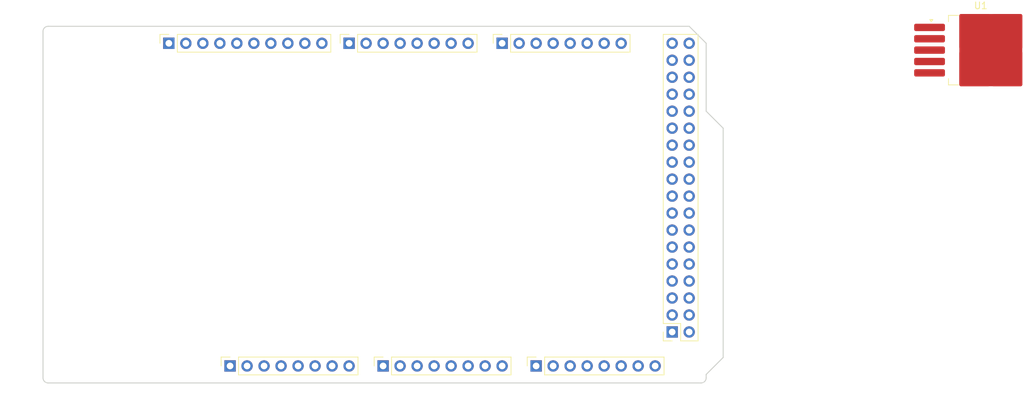
<source format=kicad_pcb>
(kicad_pcb (version 20240108) (generator "pcbnew") (generator_version "8.0")
  (title_block (date "mar. 31 mars 2015"))
  (layers (0 "F.Cu" signal) (31 "B.Cu" signal) (34 "B.Paste" user) (35 "F.Paste" user) (36 "B.SilkS" user "B.Silkscreen") (37 "F.SilkS" user "F.Silkscreen") (38 "B.Mask" user) (39 "F.Mask" user) (44 "Edge.Cuts" user))
  (net 0 "")
  (net 1 "GND")
  (net 2 "/*52")
  (net 3 "/53")
  (net 4 "/50")
  (net 5 "/51")
  (net 6 "/48")
  (net 7 "/49")
  (net 8 "/*46")
  (net 9 "/47")
  (net 10 "/*44")
  (net 11 "/*45")
  (net 12 "/42")
  (net 13 "/43")
  (net 14 "/40")
  (net 15 "/41")
  (net 16 "/38")
  (net 17 "/39")
  (net 18 "/36")
  (net 19 "/37")
  (net 20 "/34")
  (net 21 "/35")
  (net 22 "/32")
  (net 23 "/33")
  (net 24 "/30")
  (net 25 "/31")
  (net 26 "/28")
  (net 27 "/29")
  (net 28 "/26")
  (net 29 "/27")
  (net 30 "/24")
  (net 31 "/25")
  (net 32 "/22")
  (net 33 "/23")
  (net 34 "+5V")
  (net 35 "/IOREF")
  (net 36 "/A0")
  (net 37 "/A1")
  (net 38 "/A2")
  (net 39 "/A3")
  (net 40 "/A4")
  (net 41 "/A5")
  (net 42 "/A6")
  (net 43 "/A7")
  (net 44 "/A8")
  (net 45 "/A9")
  (net 46 "/A10")
  (net 47 "/A11")
  (net 48 "/A12")
  (net 49 "/A13")
  (net 50 "/A14")
  (net 51 "/A15")
  (net 52 "/AREF")
  (net 53 "/*13")
  (net 54 "/*12")
  (net 55 "/*11")
  (net 56 "/*10")
  (net 57 "/*9")
  (net 58 "/*8")
  (net 59 "/*7")
  (net 60 "/*6")
  (net 61 "/*5")
  (net 62 "/*4")
  (net 63 "/*3")
  (net 64 "/*2")
  (net 65 "/TX0{slash}1")
  (net 66 "/RX0{slash}0")
  (net 67 "+3V3")
  (net 68 "/TX3{slash}14")
  (net 69 "/RX3{slash}15")
  (net 70 "/TX2{slash}16")
  (net 71 "/RX2{slash}17")
  (net 72 "/TX1{slash}18")
  (net 73 "/RX1{slash}19")
  (net 74 "/SDA{slash}20")
  (net 75 "/SCL{slash}21")
  (net 76 "VCC")
  (net 77 "/~{RESET}")
  (footprint "Connector_PinSocket_2.54mm:PinSocket_2x18_P2.54mm_Vertical" (layer "F.Cu") (at 193.98 92.38 180)
    (property "Reference" "J7" (hide yes))
    (property "Value" "Digital")
    (fp_line (start 1.33 1.27) (end 1.33 44.51) (stroke (width 0.12)) (layer "F.SilkS"))
    (fp_line (start 1.33 -1.33) (end 1.33 0) (stroke (width 0.12)) (layer "F.SilkS"))
    (fp_line (start 0 -1.33) (end 1.33 -1.33) (stroke (width 0.12)) (layer "F.SilkS"))
    (fp_line (start -1.27 1.27) (end 1.33 1.27) (stroke (width 0.12)) (layer "F.SilkS"))
    (fp_line (start -1.27 -1.33) (end -1.27 1.27) (stroke (width 0.12)) (layer "F.SilkS"))
    (fp_line (start -3.87 44.51) (end 1.33 44.51) (stroke (width 0.12)) (layer "F.SilkS"))
    (fp_line (start -3.87 -1.33) (end -1.27 -1.33) (stroke (width 0.12)) (layer "F.SilkS"))
    (fp_line (start -3.87 -1.33) (end -3.87 44.51) (stroke (width 0.12)) (layer "F.SilkS"))
    (pad "1" thru_hole rect (at 0 0 180) (size 1.7 1.7) (drill 1) (layers "*.Cu" "*.Mask") (net 1 "GND"))
    (pad "2" thru_hole oval (at -2.54 0 180) (size 1.7 1.7) (drill 1) (layers "*.Cu" "*.Mask") (net 1 "GND"))
    (pad "3" thru_hole oval (at 0 2.54 180) (size 1.7 1.7) (drill 1) (layers "*.Cu" "*.Mask") (net 2 "/*52"))
    (pad "4" thru_hole oval (at -2.54 2.54 180) (size 1.7 1.7) (drill 1) (layers "*.Cu" "*.Mask") (net 3 "/53"))
    (pad "5" thru_hole oval (at 0 5.08 180) (size 1.7 1.7) (drill 1) (layers "*.Cu" "*.Mask") (net 4 "/50"))
    (pad "6" thru_hole oval (at -2.54 5.08 180) (size 1.7 1.7) (drill 1) (layers "*.Cu" "*.Mask") (net 5 "/51"))
    (pad "7" thru_hole oval (at 0 7.62 180) (size 1.7 1.7) (drill 1) (layers "*.Cu" "*.Mask") (net 6 "/48"))
    (pad "8" thru_hole oval (at -2.54 7.62 180) (size 1.7 1.7) (drill 1) (layers "*.Cu" "*.Mask") (net 7 "/49"))
    (pad "9" thru_hole oval (at 0 10.16 180) (size 1.7 1.7) (drill 1) (layers "*.Cu" "*.Mask") (net 8 "/*46"))
    (pad "10" thru_hole oval (at -2.54 10.16 180) (size 1.7 1.7) (drill 1) (layers "*.Cu" "*.Mask") (net 9 "/47"))
    (pad "11" thru_hole oval (at 0 12.7 180) (size 1.7 1.7) (drill 1) (layers "*.Cu" "*.Mask") (net 10 "/*44"))
    (pad "12" thru_hole oval (at -2.54 12.7 180) (size 1.7 1.7) (drill 1) (layers "*.Cu" "*.Mask") (net 11 "/*45"))
    (pad "13" thru_hole oval (at 0 15.24 180) (size 1.7 1.7) (drill 1) (layers "*.Cu" "*.Mask") (net 12 "/42"))
    (pad "14" thru_hole oval (at -2.54 15.24 180) (size 1.7 1.7) (drill 1) (layers "*.Cu" "*.Mask") (net 13 "/43"))
    (pad "15" thru_hole oval (at 0 17.78 180) (size 1.7 1.7) (drill 1) (layers "*.Cu" "*.Mask") (net 14 "/40"))
    (pad "16" thru_hole oval (at -2.54 17.78 180) (size 1.7 1.7) (drill 1) (layers "*.Cu" "*.Mask") (net 15 "/41"))
    (pad "17" thru_hole oval (at 0 20.32 180) (size 1.7 1.7) (drill 1) (layers "*.Cu" "*.Mask") (net 16 "/38"))
    (pad "18" thru_hole oval (at -2.54 20.32 180) (size 1.7 1.7) (drill 1) (layers "*.Cu" "*.Mask") (net 17 "/39"))
    (pad "19" thru_hole oval (at 0 22.86 180) (size 1.7 1.7) (drill 1) (layers "*.Cu" "*.Mask") (net 18 "/36"))
    (pad "20" thru_hole oval (at -2.54 22.86 180) (size 1.7 1.7) (drill 1) (layers "*.Cu" "*.Mask") (net 19 "/37"))
    (pad "21" thru_hole oval (at 0 25.4 180) (size 1.7 1.7) (drill 1) (layers "*.Cu" "*.Mask") (net 20 "/34"))
    (pad "22" thru_hole oval (at -2.54 25.4 180) (size 1.7 1.7) (drill 1) (layers "*.Cu" "*.Mask") (net 21 "/35"))
    (pad "23" thru_hole oval (at 0 27.94 180) (size 1.7 1.7) (drill 1) (layers "*.Cu" "*.Mask") (net 22 "/32"))
    (pad "24" thru_hole oval (at -2.54 27.94 180) (size 1.7 1.7) (drill 1) (layers "*.Cu" "*.Mask") (net 23 "/33"))
    (pad "25" thru_hole oval (at 0 30.48 180) (size 1.7 1.7) (drill 1) (layers "*.Cu" "*.Mask") (net 24 "/30"))
    (pad "26" thru_hole oval (at -2.54 30.48 180) (size 1.7 1.7) (drill 1) (layers "*.Cu" "*.Mask") (net 25 "/31"))
    (pad "27" thru_hole oval (at 0 33.02 180) (size 1.7 1.7) (drill 1) (layers "*.Cu" "*.Mask") (net 26 "/28"))
    (pad "28" thru_hole oval (at -2.54 33.02 180) (size 1.7 1.7) (drill 1) (layers "*.Cu" "*.Mask") (net 27 "/29"))
    (pad "29" thru_hole oval (at 0 35.56 180) (size 1.7 1.7) (drill 1) (layers "*.Cu" "*.Mask") (net 28 "/26"))
    (pad "30" thru_hole oval (at -2.54 35.56 180) (size 1.7 1.7) (drill 1) (layers "*.Cu" "*.Mask") (net 29 "/27"))
    (pad "31" thru_hole oval (at 0 38.1 180) (size 1.7 1.7) (drill 1) (layers "*.Cu" "*.Mask") (net 30 "/24"))
    (pad "32" thru_hole oval (at -2.54 38.1 180) (size 1.7 1.7) (drill 1) (layers "*.Cu" "*.Mask") (net 31 "/25"))
    (pad "33" thru_hole oval (at 0 40.64 180) (size 1.7 1.7) (drill 1) (layers "*.Cu" "*.Mask") (net 32 "/22"))
    (pad "34" thru_hole oval (at -2.54 40.64 180) (size 1.7 1.7) (drill 1) (layers "*.Cu" "*.Mask") (net 33 "/23"))
    (pad "35" thru_hole oval (at 0 43.18 180) (size 1.7 1.7) (drill 1) (layers "*.Cu" "*.Mask") (net 34 "+5V"))
    (pad "36" thru_hole oval (at -2.54 43.18 180) (size 1.7 1.7) (drill 1) (layers "*.Cu" "*.Mask") (net 34 "+5V"))
  )
  (footprint "Connector_PinSocket_2.54mm:PinSocket_1x08_P2.54mm_Vertical" (layer "F.Cu") (at 127.94 97.46 90)
    (property "Reference" "J1" (hide yes))
    (property "Value" "Power")
    (fp_line (start 1.33 -1.33) (end 1.33 0) (stroke (width 0.12)) (layer "F.SilkS"))
    (fp_line (start 0 -1.33) (end 1.33 -1.33) (stroke (width 0.12)) (layer "F.SilkS"))
    (fp_line (start 1.33 1.27) (end 1.33 19.11) (stroke (width 0.12)) (layer "F.SilkS"))
    (fp_line (start -1.33 1.27) (end 1.33 1.27) (stroke (width 0.12)) (layer "F.SilkS"))
    (fp_line (start -1.33 1.27) (end -1.33 19.11) (stroke (width 0.12)) (layer "F.SilkS"))
    (fp_line (start -1.33 19.11) (end 1.33 19.11) (stroke (width 0.12)) (layer "F.SilkS"))
    (pad "1" thru_hole rect (at 0 0 90) (size 1.7 1.7) (drill 1) (layers "*.Cu" "*.Mask"))
    (pad "2" thru_hole oval (at 0 2.54 90) (size 1.7 1.7) (drill 1) (layers "*.Cu" "*.Mask") (net 35 "/IOREF"))
    (pad "3" thru_hole oval (at 0 5.08 90) (size 1.7 1.7) (drill 1) (layers "*.Cu" "*.Mask") (net 77 "/~{RESET}"))
    (pad "4" thru_hole oval (at 0 7.62 90) (size 1.7 1.7) (drill 1) (layers "*.Cu" "*.Mask") (net 67 "+3V3"))
    (pad "5" thru_hole oval (at 0 10.16 90) (size 1.7 1.7) (drill 1) (layers "*.Cu" "*.Mask") (net 34 "+5V"))
    (pad "6" thru_hole oval (at 0 12.7 90) (size 1.7 1.7) (drill 1) (layers "*.Cu" "*.Mask") (net 1 "GND"))
    (pad "7" thru_hole oval (at 0 15.24 90) (size 1.7 1.7) (drill 1) (layers "*.Cu" "*.Mask") (net 1 "GND"))
    (pad "8" thru_hole oval (at 0 17.78 90) (size 1.7 1.7) (drill 1) (layers "*.Cu" "*.Mask") (net 76 "VCC"))
  )
  (footprint "Connector_PinSocket_2.54mm:PinSocket_1x08_P2.54mm_Vertical" (layer "F.Cu") (at 150.8 97.46 90)
    (property "Reference" "J3" (hide yes))
    (property "Value" "Analog")
    (fp_line (start 1.33 -1.33) (end 1.33 0) (stroke (width 0.12)) (layer "F.SilkS"))
    (fp_line (start 0 -1.33) (end 1.33 -1.33) (stroke (width 0.12)) (layer "F.SilkS"))
    (fp_line (start 1.33 1.27) (end 1.33 19.11) (stroke (width 0.12)) (layer "F.SilkS"))
    (fp_line (start -1.33 1.27) (end 1.33 1.27) (stroke (width 0.12)) (layer "F.SilkS"))
    (fp_line (start -1.33 1.27) (end -1.33 19.11) (stroke (width 0.12)) (layer "F.SilkS"))
    (fp_line (start -1.33 19.11) (end 1.33 19.11) (stroke (width 0.12)) (layer "F.SilkS"))
    (pad "1" thru_hole rect (at 0 0 90) (size 1.7 1.7) (drill 1) (layers "*.Cu" "*.Mask") (net 36 "/A0"))
    (pad "2" thru_hole oval (at 0 2.54 90) (size 1.7 1.7) (drill 1) (layers "*.Cu" "*.Mask") (net 37 "/A1"))
    (pad "3" thru_hole oval (at 0 5.08 90) (size 1.7 1.7) (drill 1) (layers "*.Cu" "*.Mask") (net 38 "/A2"))
    (pad "4" thru_hole oval (at 0 7.62 90) (size 1.7 1.7) (drill 1) (layers "*.Cu" "*.Mask") (net 39 "/A3"))
    (pad "5" thru_hole oval (at 0 10.16 90) (size 1.7 1.7) (drill 1) (layers "*.Cu" "*.Mask") (net 40 "/A4"))
    (pad "6" thru_hole oval (at 0 12.7 90) (size 1.7 1.7) (drill 1) (layers "*.Cu" "*.Mask") (net 41 "/A5"))
    (pad "7" thru_hole oval (at 0 15.24 90) (size 1.7 1.7) (drill 1) (layers "*.Cu" "*.Mask") (net 42 "/A6"))
    (pad "8" thru_hole oval (at 0 17.78 90) (size 1.7 1.7) (drill 1) (layers "*.Cu" "*.Mask") (net 43 "/A7"))
  )
  (footprint "Connector_PinSocket_2.54mm:PinSocket_1x08_P2.54mm_Vertical" (layer "F.Cu") (at 173.66 97.46 90)
    (property "Reference" "J5" (hide yes))
    (property "Value" "Analog")
    (fp_line (start 1.33 -1.33) (end 1.33 0) (stroke (width 0.12)) (layer "F.SilkS"))
    (fp_line (start 0 -1.33) (end 1.33 -1.33) (stroke (width 0.12)) (layer "F.SilkS"))
    (fp_line (start 1.33 1.27) (end 1.33 19.11) (stroke (width 0.12)) (layer "F.SilkS"))
    (fp_line (start -1.33 1.27) (end 1.33 1.27) (stroke (width 0.12)) (layer "F.SilkS"))
    (fp_line (start -1.33 1.27) (end -1.33 19.11) (stroke (width 0.12)) (layer "F.SilkS"))
    (fp_line (start -1.33 19.11) (end 1.33 19.11) (stroke (width 0.12)) (layer "F.SilkS"))
    (pad "1" thru_hole rect (at 0 0 90) (size 1.7 1.7) (drill 1) (layers "*.Cu" "*.Mask") (net 44 "/A8"))
    (pad "2" thru_hole oval (at 0 2.54 90) (size 1.7 1.7) (drill 1) (layers "*.Cu" "*.Mask") (net 45 "/A9"))
    (pad "3" thru_hole oval (at 0 5.08 90) (size 1.7 1.7) (drill 1) (layers "*.Cu" "*.Mask") (net 46 "/A10"))
    (pad "4" thru_hole oval (at 0 7.62 90) (size 1.7 1.7) (drill 1) (layers "*.Cu" "*.Mask") (net 47 "/A11"))
    (pad "5" thru_hole oval (at 0 10.16 90) (size 1.7 1.7) (drill 1) (layers "*.Cu" "*.Mask") (net 48 "/A12"))
    (pad "6" thru_hole oval (at 0 12.7 90) (size 1.7 1.7) (drill 1) (layers "*.Cu" "*.Mask") (net 49 "/A13"))
    (pad "7" thru_hole oval (at 0 15.24 90) (size 1.7 1.7) (drill 1) (layers "*.Cu" "*.Mask") (net 50 "/A14"))
    (pad "8" thru_hole oval (at 0 17.78 90) (size 1.7 1.7) (drill 1) (layers "*.Cu" "*.Mask") (net 51 "/A15"))
  )
  (footprint "Connector_PinSocket_2.54mm:PinSocket_1x10_P2.54mm_Vertical" (layer "F.Cu") (at 118.796 49.2 90)
    (property "Reference" "J2" (hide yes))
    (property "Value" "PWM")
    (fp_line (start 1.33 -1.33) (end 1.33 0) (stroke (width 0.12)) (layer "F.SilkS"))
    (fp_line (start 0 -1.33) (end 1.33 -1.33) (stroke (width 0.12)) (layer "F.SilkS"))
    (fp_line (start 1.33 1.27) (end 1.33 24.19) (stroke (width 0.12)) (layer "F.SilkS"))
    (fp_line (start -1.33 1.27) (end 1.33 1.27) (stroke (width 0.12)) (layer "F.SilkS"))
    (fp_line (start -1.33 1.27) (end -1.33 24.19) (stroke (width 0.12)) (layer "F.SilkS"))
    (fp_line (start -1.33 24.19) (end 1.33 24.19) (stroke (width 0.12)) (layer "F.SilkS"))
    (pad "1" thru_hole rect (at 0 0 90) (size 1.7 1.7) (drill 1) (layers "*.Cu" "*.Mask") (net 75 "/SCL{slash}21"))
    (pad "2" thru_hole oval (at 0 2.54 90) (size 1.7 1.7) (drill 1) (layers "*.Cu" "*.Mask") (net 74 "/SDA{slash}20"))
    (pad "3" thru_hole oval (at 0 5.08 90) (size 1.7 1.7) (drill 1) (layers "*.Cu" "*.Mask") (net 52 "/AREF"))
    (pad "4" thru_hole oval (at 0 7.62 90) (size 1.7 1.7) (drill 1) (layers "*.Cu" "*.Mask") (net 1 "GND"))
    (pad "5" thru_hole oval (at 0 10.16 90) (size 1.7 1.7) (drill 1) (layers "*.Cu" "*.Mask") (net 53 "/*13"))
    (pad "6" thru_hole oval (at 0 12.7 90) (size 1.7 1.7) (drill 1) (layers "*.Cu" "*.Mask") (net 54 "/*12"))
    (pad "7" thru_hole oval (at 0 15.24 90) (size 1.7 1.7) (drill 1) (layers "*.Cu" "*.Mask") (net 55 "/*11"))
    (pad "8" thru_hole oval (at 0 17.78 90) (size 1.7 1.7) (drill 1) (layers "*.Cu" "*.Mask") (net 56 "/*10"))
    (pad "9" thru_hole oval (at 0 20.32 90) (size 1.7 1.7) (drill 1) (layers "*.Cu" "*.Mask") (net 57 "/*9"))
    (pad "10" thru_hole oval (at 0 22.86 90) (size 1.7 1.7) (drill 1) (layers "*.Cu" "*.Mask") (net 58 "/*8"))
  )
  (footprint "Connector_PinSocket_2.54mm:PinSocket_1x08_P2.54mm_Vertical" (layer "F.Cu") (at 145.72 49.2 90)
    (property "Reference" "J4" (hide yes))
    (property "Value" "PWM")
    (fp_line (start 1.33 -1.33) (end 1.33 0) (stroke (width 0.12)) (layer "F.SilkS"))
    (fp_line (start 0 -1.33) (end 1.33 -1.33) (stroke (width 0.12)) (layer "F.SilkS"))
    (fp_line (start 1.33 1.27) (end 1.33 19.11) (stroke (width 0.12)) (layer "F.SilkS"))
    (fp_line (start -1.33 1.27) (end 1.33 1.27) (stroke (width 0.12)) (layer "F.SilkS"))
    (fp_line (start -1.33 1.27) (end -1.33 19.11) (stroke (width 0.12)) (layer "F.SilkS"))
    (fp_line (start -1.33 19.11) (end 1.33 19.11) (stroke (width 0.12)) (layer "F.SilkS"))
    (pad "1" thru_hole rect (at 0 0 90) (size 1.7 1.7) (drill 1) (layers "*.Cu" "*.Mask") (net 59 "/*7"))
    (pad "2" thru_hole oval (at 0 2.54 90) (size 1.7 1.7) (drill 1) (layers "*.Cu" "*.Mask") (net 60 "/*6"))
    (pad "3" thru_hole oval (at 0 5.08 90) (size 1.7 1.7) (drill 1) (layers "*.Cu" "*.Mask") (net 61 "/*5"))
    (pad "4" thru_hole oval (at 0 7.62 90) (size 1.7 1.7) (drill 1) (layers "*.Cu" "*.Mask") (net 62 "/*4"))
    (pad "5" thru_hole oval (at 0 10.16 90) (size 1.7 1.7) (drill 1) (layers "*.Cu" "*.Mask") (net 63 "/*3"))
    (pad "6" thru_hole oval (at 0 12.7 90) (size 1.7 1.7) (drill 1) (layers "*.Cu" "*.Mask") (net 64 "/*2"))
    (pad "7" thru_hole oval (at 0 15.24 90) (size 1.7 1.7) (drill 1) (layers "*.Cu" "*.Mask") (net 65 "/TX0{slash}1"))
    (pad "8" thru_hole oval (at 0 17.78 90) (size 1.7 1.7) (drill 1) (layers "*.Cu" "*.Mask") (net 66 "/RX0{slash}0"))
  )
  (footprint "Connector_PinSocket_2.54mm:PinSocket_1x08_P2.54mm_Vertical" (layer "F.Cu") (at 168.58 49.2 90)
    (property "Reference" "J6" (hide yes))
    (property "Value" "Communication")
    (fp_line (start 1.33 -1.33) (end 1.33 0) (stroke (width 0.12)) (layer "F.SilkS"))
    (fp_line (start 0 -1.33) (end 1.33 -1.33) (stroke (width 0.12)) (layer "F.SilkS"))
    (fp_line (start 1.33 1.27) (end 1.33 19.11) (stroke (width 0.12)) (layer "F.SilkS"))
    (fp_line (start -1.33 1.27) (end 1.33 1.27) (stroke (width 0.12)) (layer "F.SilkS"))
    (fp_line (start -1.33 1.27) (end -1.33 19.11) (stroke (width 0.12)) (layer "F.SilkS"))
    (fp_line (start -1.33 19.11) (end 1.33 19.11) (stroke (width 0.12)) (layer "F.SilkS"))
    (pad "1" thru_hole rect (at 0 0 90) (size 1.7 1.7) (drill 1) (layers "*.Cu" "*.Mask") (net 68 "/TX3{slash}14"))
    (pad "2" thru_hole oval (at 0 2.54 90) (size 1.7 1.7) (drill 1) (layers "*.Cu" "*.Mask") (net 69 "/RX3{slash}15"))
    (pad "3" thru_hole oval (at 0 5.08 90) (size 1.7 1.7) (drill 1) (layers "*.Cu" "*.Mask") (net 70 "/TX2{slash}16"))
    (pad "4" thru_hole oval (at 0 7.62 90) (size 1.7 1.7) (drill 1) (layers "*.Cu" "*.Mask") (net 71 "/RX2{slash}17"))
    (pad "5" thru_hole oval (at 0 10.16 90) (size 1.7 1.7) (drill 1) (layers "*.Cu" "*.Mask") (net 72 "/TX1{slash}18"))
    (pad "6" thru_hole oval (at 0 12.7 90) (size 1.7 1.7) (drill 1) (layers "*.Cu" "*.Mask") (net 73 "/RX1{slash}19"))
    (pad "7" thru_hole oval (at 0 15.24 90) (size 1.7 1.7) (drill 1) (layers "*.Cu" "*.Mask") (net 74 "/SDA{slash}20"))
    (pad "8" thru_hole oval (at 0 17.78 90) (size 1.7 1.7) (drill 1) (layers "*.Cu" "*.Mask") (net 75 "/SCL{slash}21"))
  )
  (footprint "Arduino_MountingHole:MountingHole_3.2mm" (layer "F.Cu") (at 196.52 97.46)
    (property "Reference" "MH6" (hide yes))
    (property "Value" "MountingHole_3.2mm" (hide yes))
    (pad "" np_thru_hole circle (at 0 0) (size 3.2 3.2) (drill 3.2) (layers "*.Cu" "*.Mask"))
  )
  (footprint "Package_TO_SOT_SMD:TO-263-5_TabPin3" (layer "F.Cu") (at 240.075 50.225)
    (property "Reference" "U1" (at 0 -6.65 0) (layer "F.SilkS"))
    (property "Value" "LM2596S-ADJ")
    (fp_line (start -4.825 -5.2) (end -4.825 -4.25) (stroke (width 0.12)) (layer "F.SilkS"))
    (fp_line (start -4.825 5.2) (end -4.825 4.25) (stroke (width 0.12)) (layer "F.SilkS"))
    (fp_line (start -3.325 -5.2) (end -4.825 -5.2) (stroke (width 0.12)) (layer "F.SilkS"))
    (fp_line (start -3.325 5.2) (end -4.825 5.2) (stroke (width 0.12)) (layer "F.SilkS"))
    (fp_poly (pts (xy -7.3875 -4.25) (xy -7.6275 -4.58) (xy -7.1475 -4.58) (xy -7.3875 -4.25)) (stroke (width 0.12)) (fill solid) (layer "F.SilkS"))
    (pad "1" smd roundrect (at -7.65 -3.4) (size 4.6 1.1) (layers "F.Cu" "F.Paste" "F.Mask") (roundrect_rratio 0.227273))
    (pad "2" smd roundrect (at -7.65 -1.7) (size 4.6 1.1) (layers "F.Cu" "F.Paste" "F.Mask") (roundrect_rratio 0.227273))
    (pad "3" smd roundrect (at -7.65 0) (size 4.6 1.1) (layers "F.Cu" "F.Paste" "F.Mask") (roundrect_rratio 0.227273))
    (pad "3" smd roundrect (at -0.925 -2.775) (size 4.55 5.25) (layers "F.Cu" "F.Paste") (roundrect_rratio 0.054945))
    (pad "3" smd roundrect (at -0.925 2.775) (size 4.55 5.25) (layers "F.Cu" "F.Paste") (roundrect_rratio 0.054945))
    (pad "3" smd roundrect (at 1.5 0) (size 9.4 10.8) (layers "F.Cu" "F.Mask") (roundrect_rratio 0.026596))
    (pad "3" smd roundrect (at 3.925 -2.775) (size 4.55 5.25) (layers "F.Cu" "F.Paste") (roundrect_rratio 0.054945))
    (pad "3" smd roundrect (at 3.925 2.775) (size 4.55 5.25) (layers "F.Cu" "F.Paste") (roundrect_rratio 0.054945))
    (pad "4" smd roundrect (at -7.65 1.7) (size 4.6 1.1) (layers "F.Cu" "F.Paste" "F.Mask") (roundrect_rratio 0.227273))
    (pad "5" smd roundrect (at -7.65 3.4) (size 4.6 1.1) (layers "F.Cu" "F.Paste" "F.Mask") (roundrect_rratio 0.227273))
  )
  (footprint "Arduino_MountingHole:MountingHole_3.2mm" (layer "F.Cu") (at 115.24 49.2)
    (property "Reference" "MH1" (hide yes))
    (property "Value" "MountingHole_3.2mm" (hide yes))
    (pad "" np_thru_hole circle (at 0 0) (size 3.2 3.2) (drill 3.2) (layers "*.Cu" "*.Mask"))
  )
  (footprint "Arduino_MountingHole:MountingHole_3.2mm" (layer "F.Cu") (at 113.97 97.46)
    (property "Reference" "MH2" (hide yes))
    (property "Value" "MountingHole_3.2mm" (hide yes))
    (pad "" np_thru_hole circle (at 0 0) (size 3.2 3.2) (drill 3.2) (layers "*.Cu" "*.Mask"))
  )
  (footprint "Arduino_MountingHole:MountingHole_3.2mm" (layer "F.Cu") (at 166.04 64.44)
    (property "Reference" "MH3" (hide yes))
    (property "Value" "MountingHole_3.2mm" (hide yes))
    (pad "" np_thru_hole circle (at 0 0) (size 3.2 3.2) (drill 3.2) (layers "*.Cu" "*.Mask"))
  )
  (footprint "Arduino_MountingHole:MountingHole_3.2mm" (layer "F.Cu") (at 166.04 92.38)
    (property "Reference" "MH4" (hide yes))
    (property "Value" "MountingHole_3.2mm" (hide yes))
    (pad "" np_thru_hole circle (at 0 0) (size 3.2 3.2) (drill 3.2) (layers "*.Cu" "*.Mask"))
  )
  (footprint "Arduino_MountingHole:MountingHole_3.2mm" (layer "F.Cu") (at 190.17 49.2)
    (property "Reference" "MH5" (hide yes))
    (property "Value" "MountingHole_3.2mm" (hide yes))
    (pad "" np_thru_hole circle (at 0 0) (size 3.2 3.2) (drill 3.2) (layers "*.Cu" "*.Mask"))
  )
  (gr_line (start 199.06 59.36) (end 201.6 61.9) (stroke (width 0.15)) (layer "Edge.Cuts"))
  (gr_line (start 100 99.238) (end 100 47.422) (stroke (width 0.15)) (layer "Edge.Cuts"))
  (gr_line (start 201.6 61.9) (end 201.6 96.19) (stroke (width 0.15)) (layer "Edge.Cuts"))
  (gr_line (start 198.298 100) (end 100.762 100) (stroke (width 0.15)) (layer "Edge.Cuts"))
  (gr_line (start 100.762 46.66) (end 196.52 46.66) (stroke (width 0.15)) (layer "Edge.Cuts"))
  (gr_arc (start 100.762 100) (mid 100.223185 99.776815) (end 100 99.238) (stroke (width 0.15)) (layer "Edge.Cuts"))
  (gr_line (start 201.6 96.19) (end 199.06 98.73) (stroke (width 0.15)) (layer "Edge.Cuts"))
  (gr_line (start 196.52 46.66) (end 199.06 49.2) (stroke (width 0.15)) (layer "Edge.Cuts"))
  (gr_arc (start 199.06 99.238) (mid 198.836815 99.776815) (end 198.298 100) (stroke (width 0.15)) (layer "Edge.Cuts"))
  (gr_line (start 199.06 49.2) (end 199.06 59.36) (stroke (width 0.15)) (layer "Edge.Cuts"))
  (gr_line (start 199.06 98.73) (end 199.06 99.238) (stroke (width 0.15)) (layer "Edge.Cuts"))
  (gr_arc (start 100 47.422) (mid 100.223185 46.883185) (end 100.762 46.66) (stroke (width 0.15)) (layer "Edge.Cuts"))
)
</source>
